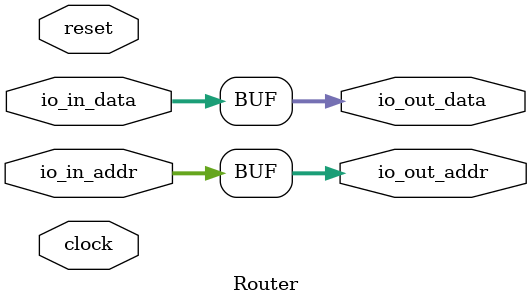
<source format=v>
module Router(
  input         clock,
  input         reset,
  input  [15:0] io_in_data,
  input  [9:0]  io_in_addr,
  output [15:0] io_out_data,
  output [9:0]  io_out_addr
);
  assign io_out_data = io_in_data; // @[Main.scala 32:12]
  assign io_out_addr = io_in_addr; // @[Main.scala 32:12]
endmodule

</source>
